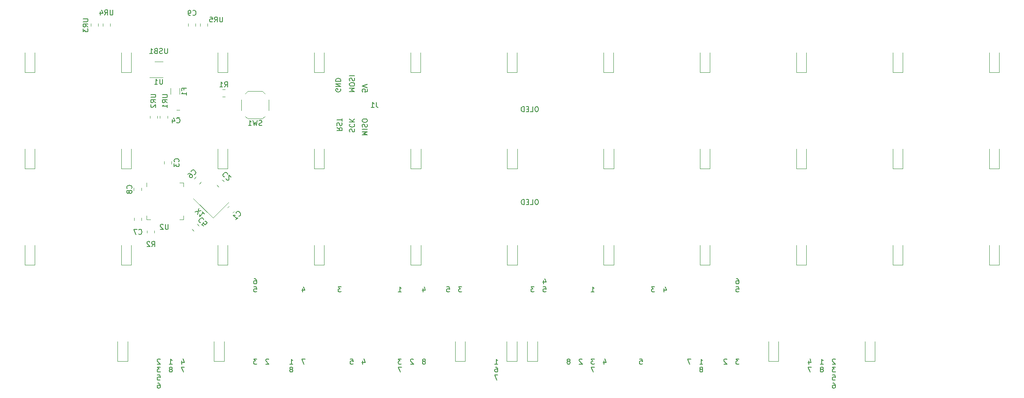
<source format=gbo>
%TF.GenerationSoftware,KiCad,Pcbnew,(6.0.5)*%
%TF.CreationDate,2022-06-12T21:41:47-04:00*%
%TF.ProjectId,vault35_ortho-rounded,7661756c-7433-4355-9f6f-7274686f2d72,rev?*%
%TF.SameCoordinates,Original*%
%TF.FileFunction,Legend,Bot*%
%TF.FilePolarity,Positive*%
%FSLAX46Y46*%
G04 Gerber Fmt 4.6, Leading zero omitted, Abs format (unit mm)*
G04 Created by KiCad (PCBNEW (6.0.5)) date 2022-06-12 21:41:47*
%MOMM*%
%LPD*%
G01*
G04 APERTURE LIST*
%ADD10C,0.150000*%
%ADD11C,0.120000*%
G04 APERTURE END LIST*
D10*
X224170833Y-127246130D02*
X223551785Y-127246130D01*
X223885119Y-127627083D01*
X223742261Y-127627083D01*
X223647023Y-127674702D01*
X223599404Y-127722321D01*
X223551785Y-127817559D01*
X223551785Y-128055654D01*
X223599404Y-128150892D01*
X223647023Y-128198511D01*
X223742261Y-128246130D01*
X224027976Y-128246130D01*
X224123214Y-128198511D01*
X224170833Y-128150892D01*
X174116964Y-125753869D02*
X174069345Y-125706250D01*
X173974107Y-125658630D01*
X173736011Y-125658630D01*
X173640773Y-125706250D01*
X173593154Y-125753869D01*
X173545535Y-125849107D01*
X173545535Y-125944345D01*
X173593154Y-126087202D01*
X174164583Y-126658630D01*
X173545535Y-126658630D01*
X197738988Y-127674702D02*
X197834226Y-127627083D01*
X197881845Y-127579464D01*
X197929464Y-127484226D01*
X197929464Y-127436607D01*
X197881845Y-127341369D01*
X197834226Y-127293750D01*
X197738988Y-127246130D01*
X197548511Y-127246130D01*
X197453273Y-127293750D01*
X197405654Y-127341369D01*
X197358035Y-127436607D01*
X197358035Y-127484226D01*
X197405654Y-127579464D01*
X197453273Y-127627083D01*
X197548511Y-127674702D01*
X197738988Y-127674702D01*
X197834226Y-127722321D01*
X197881845Y-127769940D01*
X197929464Y-127865178D01*
X197929464Y-128055654D01*
X197881845Y-128150892D01*
X197834226Y-128198511D01*
X197738988Y-128246130D01*
X197548511Y-128246130D01*
X197453273Y-128198511D01*
X197405654Y-128150892D01*
X197358035Y-128055654D01*
X197358035Y-127865178D01*
X197405654Y-127769940D01*
X197453273Y-127722321D01*
X197548511Y-127674702D01*
X116776488Y-127674702D02*
X116871726Y-127627083D01*
X116919345Y-127579464D01*
X116966964Y-127484226D01*
X116966964Y-127436607D01*
X116919345Y-127341369D01*
X116871726Y-127293750D01*
X116776488Y-127246130D01*
X116586011Y-127246130D01*
X116490773Y-127293750D01*
X116443154Y-127341369D01*
X116395535Y-127436607D01*
X116395535Y-127484226D01*
X116443154Y-127579464D01*
X116490773Y-127627083D01*
X116586011Y-127674702D01*
X116776488Y-127674702D01*
X116871726Y-127722321D01*
X116919345Y-127769940D01*
X116966964Y-127865178D01*
X116966964Y-128055654D01*
X116919345Y-128150892D01*
X116871726Y-128198511D01*
X116776488Y-128246130D01*
X116586011Y-128246130D01*
X116490773Y-128198511D01*
X116443154Y-128150892D01*
X116395535Y-128055654D01*
X116395535Y-127865178D01*
X116443154Y-127769940D01*
X116490773Y-127722321D01*
X116586011Y-127674702D01*
X190309523Y-111704464D02*
X190309523Y-112371130D01*
X190547619Y-111323511D02*
X190785714Y-112037797D01*
X190166666Y-112037797D01*
X126539583Y-111371130D02*
X125920535Y-111371130D01*
X126253869Y-111752083D01*
X126111011Y-111752083D01*
X126015773Y-111799702D01*
X125968154Y-111847321D01*
X125920535Y-111942559D01*
X125920535Y-112180654D01*
X125968154Y-112275892D01*
X126015773Y-112323511D01*
X126111011Y-112371130D01*
X126396726Y-112371130D01*
X126491964Y-112323511D01*
X126539583Y-112275892D01*
X166449404Y-111371130D02*
X166925595Y-111371130D01*
X166973214Y-111847321D01*
X166925595Y-111799702D01*
X166830357Y-111752083D01*
X166592261Y-111752083D01*
X166497023Y-111799702D01*
X166449404Y-111847321D01*
X166401785Y-111942559D01*
X166401785Y-112180654D01*
X166449404Y-112275892D01*
X166497023Y-112323511D01*
X166592261Y-112371130D01*
X166830357Y-112371130D01*
X166925595Y-112323511D01*
X166973214Y-112275892D01*
X204597023Y-109783630D02*
X204787500Y-109783630D01*
X204882738Y-109831250D01*
X204930357Y-109878869D01*
X205025595Y-110021726D01*
X205073214Y-110212202D01*
X205073214Y-110593154D01*
X205025595Y-110688392D01*
X204977976Y-110736011D01*
X204882738Y-110783630D01*
X204692261Y-110783630D01*
X204597023Y-110736011D01*
X204549404Y-110688392D01*
X204501785Y-110593154D01*
X204501785Y-110355059D01*
X204549404Y-110259821D01*
X204597023Y-110212202D01*
X204692261Y-110164583D01*
X204882738Y-110164583D01*
X204977976Y-110212202D01*
X205025595Y-110259821D01*
X205073214Y-110355059D01*
X219408333Y-127246130D02*
X218741666Y-127246130D01*
X219170238Y-128246130D01*
X221551488Y-127674702D02*
X221646726Y-127627083D01*
X221694345Y-127579464D01*
X221741964Y-127484226D01*
X221741964Y-127436607D01*
X221694345Y-127341369D01*
X221646726Y-127293750D01*
X221551488Y-127246130D01*
X221361011Y-127246130D01*
X221265773Y-127293750D01*
X221218154Y-127341369D01*
X221170535Y-127436607D01*
X221170535Y-127484226D01*
X221218154Y-127579464D01*
X221265773Y-127627083D01*
X221361011Y-127674702D01*
X221551488Y-127674702D01*
X221646726Y-127722321D01*
X221694345Y-127769940D01*
X221741964Y-127865178D01*
X221741964Y-128055654D01*
X221694345Y-128150892D01*
X221646726Y-128198511D01*
X221551488Y-128246130D01*
X221361011Y-128246130D01*
X221265773Y-128198511D01*
X221218154Y-128150892D01*
X221170535Y-128055654D01*
X221170535Y-127865178D01*
X221218154Y-127769940D01*
X221265773Y-127722321D01*
X221361011Y-127674702D01*
X109347023Y-109783630D02*
X109537500Y-109783630D01*
X109632738Y-109831250D01*
X109680357Y-109878869D01*
X109775595Y-110021726D01*
X109823214Y-110212202D01*
X109823214Y-110593154D01*
X109775595Y-110688392D01*
X109727976Y-110736011D01*
X109632738Y-110783630D01*
X109442261Y-110783630D01*
X109347023Y-110736011D01*
X109299404Y-110688392D01*
X109251785Y-110593154D01*
X109251785Y-110355059D01*
X109299404Y-110259821D01*
X109347023Y-110212202D01*
X109442261Y-110164583D01*
X109632738Y-110164583D01*
X109727976Y-110212202D01*
X109775595Y-110259821D01*
X109823214Y-110355059D01*
X118872023Y-111704464D02*
X118872023Y-112371130D01*
X119110119Y-111323511D02*
X119348214Y-112037797D01*
X118729166Y-112037797D01*
X119395833Y-125658630D02*
X118729166Y-125658630D01*
X119157738Y-126658630D01*
X164639583Y-111371130D02*
X164020535Y-111371130D01*
X164353869Y-111752083D01*
X164211011Y-111752083D01*
X164115773Y-111799702D01*
X164068154Y-111847321D01*
X164020535Y-111942559D01*
X164020535Y-112180654D01*
X164068154Y-112275892D01*
X164115773Y-112323511D01*
X164211011Y-112371130D01*
X164496726Y-112371130D01*
X164591964Y-112323511D01*
X164639583Y-112275892D01*
X176545833Y-127246130D02*
X175879166Y-127246130D01*
X176307738Y-128246130D01*
X90820833Y-127246130D02*
X90201785Y-127246130D01*
X90535119Y-127627083D01*
X90392261Y-127627083D01*
X90297023Y-127674702D01*
X90249404Y-127722321D01*
X90201785Y-127817559D01*
X90201785Y-128055654D01*
X90249404Y-128150892D01*
X90297023Y-128198511D01*
X90392261Y-128246130D01*
X90677976Y-128246130D01*
X90773214Y-128198511D01*
X90820833Y-128150892D01*
X218884523Y-125991964D02*
X218884523Y-126658630D01*
X219122619Y-125611011D02*
X219360714Y-126325297D01*
X218741666Y-126325297D01*
X224123214Y-125753869D02*
X224075595Y-125706250D01*
X223980357Y-125658630D01*
X223742261Y-125658630D01*
X223647023Y-125706250D01*
X223599404Y-125753869D01*
X223551785Y-125849107D01*
X223551785Y-125944345D01*
X223599404Y-126087202D01*
X224170833Y-126658630D01*
X223551785Y-126658630D01*
X223599404Y-128833630D02*
X224075595Y-128833630D01*
X224123214Y-129309821D01*
X224075595Y-129262202D01*
X223980357Y-129214583D01*
X223742261Y-129214583D01*
X223647023Y-129262202D01*
X223599404Y-129309821D01*
X223551785Y-129405059D01*
X223551785Y-129643154D01*
X223599404Y-129738392D01*
X223647023Y-129786011D01*
X223742261Y-129833630D01*
X223980357Y-129833630D01*
X224075595Y-129786011D01*
X224123214Y-129738392D01*
X204549404Y-111371130D02*
X205025595Y-111371130D01*
X205073214Y-111847321D01*
X205025595Y-111799702D01*
X204930357Y-111752083D01*
X204692261Y-111752083D01*
X204597023Y-111799702D01*
X204549404Y-111847321D01*
X204501785Y-111942559D01*
X204501785Y-112180654D01*
X204549404Y-112275892D01*
X204597023Y-112323511D01*
X204692261Y-112371130D01*
X204930357Y-112371130D01*
X205025595Y-112323511D01*
X205073214Y-112275892D01*
X90249404Y-128833630D02*
X90725595Y-128833630D01*
X90773214Y-129309821D01*
X90725595Y-129262202D01*
X90630357Y-129214583D01*
X90392261Y-129214583D01*
X90297023Y-129262202D01*
X90249404Y-129309821D01*
X90201785Y-129405059D01*
X90201785Y-129643154D01*
X90249404Y-129738392D01*
X90297023Y-129786011D01*
X90392261Y-129833630D01*
X90630357Y-129833630D01*
X90725595Y-129786011D01*
X90773214Y-129738392D01*
X90297023Y-130421130D02*
X90487500Y-130421130D01*
X90582738Y-130468750D01*
X90630357Y-130516369D01*
X90725595Y-130659226D01*
X90773214Y-130849702D01*
X90773214Y-131230654D01*
X90725595Y-131325892D01*
X90677976Y-131373511D01*
X90582738Y-131421130D01*
X90392261Y-131421130D01*
X90297023Y-131373511D01*
X90249404Y-131325892D01*
X90201785Y-131230654D01*
X90201785Y-130992559D01*
X90249404Y-130897321D01*
X90297023Y-130849702D01*
X90392261Y-130802083D01*
X90582738Y-130802083D01*
X90677976Y-130849702D01*
X90725595Y-130897321D01*
X90773214Y-130992559D01*
X171545238Y-126087202D02*
X171640476Y-126039583D01*
X171688095Y-125991964D01*
X171735714Y-125896726D01*
X171735714Y-125849107D01*
X171688095Y-125753869D01*
X171640476Y-125706250D01*
X171545238Y-125658630D01*
X171354761Y-125658630D01*
X171259523Y-125706250D01*
X171211904Y-125753869D01*
X171164285Y-125849107D01*
X171164285Y-125896726D01*
X171211904Y-125991964D01*
X171259523Y-126039583D01*
X171354761Y-126087202D01*
X171545238Y-126087202D01*
X171640476Y-126134821D01*
X171688095Y-126182440D01*
X171735714Y-126277678D01*
X171735714Y-126468154D01*
X171688095Y-126563392D01*
X171640476Y-126611011D01*
X171545238Y-126658630D01*
X171354761Y-126658630D01*
X171259523Y-126611011D01*
X171211904Y-126563392D01*
X171164285Y-126468154D01*
X171164285Y-126277678D01*
X171211904Y-126182440D01*
X171259523Y-126134821D01*
X171354761Y-126087202D01*
X156876785Y-126658630D02*
X157448214Y-126658630D01*
X157162500Y-126658630D02*
X157162500Y-125658630D01*
X157257738Y-125801488D01*
X157352976Y-125896726D01*
X157448214Y-125944345D01*
X128349404Y-125658630D02*
X128825595Y-125658630D01*
X128873214Y-126134821D01*
X128825595Y-126087202D01*
X128730357Y-126039583D01*
X128492261Y-126039583D01*
X128397023Y-126087202D01*
X128349404Y-126134821D01*
X128301785Y-126230059D01*
X128301785Y-126468154D01*
X128349404Y-126563392D01*
X128397023Y-126611011D01*
X128492261Y-126658630D01*
X128730357Y-126658630D01*
X128825595Y-126611011D01*
X128873214Y-126563392D01*
X157471053Y-128837690D02*
X156804386Y-128837690D01*
X157232958Y-129837690D01*
X138445833Y-127246130D02*
X137779166Y-127246130D01*
X138207738Y-128246130D01*
X188452083Y-111371130D02*
X187833035Y-111371130D01*
X188166369Y-111752083D01*
X188023511Y-111752083D01*
X187928273Y-111799702D01*
X187880654Y-111847321D01*
X187833035Y-111942559D01*
X187833035Y-112180654D01*
X187880654Y-112275892D01*
X187928273Y-112323511D01*
X188023511Y-112371130D01*
X188309226Y-112371130D01*
X188404464Y-112323511D01*
X188452083Y-112275892D01*
X140779464Y-125753869D02*
X140731845Y-125706250D01*
X140636607Y-125658630D01*
X140398511Y-125658630D01*
X140303273Y-125706250D01*
X140255654Y-125753869D01*
X140208035Y-125849107D01*
X140208035Y-125944345D01*
X140255654Y-126087202D01*
X140827083Y-126658630D01*
X140208035Y-126658630D01*
X223647023Y-130421130D02*
X223837500Y-130421130D01*
X223932738Y-130468750D01*
X223980357Y-130516369D01*
X224075595Y-130659226D01*
X224123214Y-130849702D01*
X224123214Y-131230654D01*
X224075595Y-131325892D01*
X224027976Y-131373511D01*
X223932738Y-131421130D01*
X223742261Y-131421130D01*
X223647023Y-131373511D01*
X223599404Y-131325892D01*
X223551785Y-131230654D01*
X223551785Y-130992559D01*
X223599404Y-130897321D01*
X223647023Y-130849702D01*
X223742261Y-130802083D01*
X223932738Y-130802083D01*
X224027976Y-130849702D01*
X224075595Y-130897321D01*
X224123214Y-130992559D01*
X147399404Y-111371130D02*
X147875595Y-111371130D01*
X147923214Y-111847321D01*
X147875595Y-111799702D01*
X147780357Y-111752083D01*
X147542261Y-111752083D01*
X147447023Y-111799702D01*
X147399404Y-111847321D01*
X147351785Y-111942559D01*
X147351785Y-112180654D01*
X147399404Y-112275892D01*
X147447023Y-112323511D01*
X147542261Y-112371130D01*
X147780357Y-112371130D01*
X147875595Y-112323511D01*
X147923214Y-112275892D01*
X92583035Y-126658630D02*
X93154464Y-126658630D01*
X92868750Y-126658630D02*
X92868750Y-125658630D01*
X92963988Y-125801488D01*
X93059226Y-125896726D01*
X93154464Y-125944345D01*
X221170535Y-126658630D02*
X221741964Y-126658630D01*
X221456250Y-126658630D02*
X221456250Y-125658630D01*
X221551488Y-125801488D01*
X221646726Y-125896726D01*
X221741964Y-125944345D01*
X150352083Y-111371130D02*
X149733035Y-111371130D01*
X150066369Y-111752083D01*
X149923511Y-111752083D01*
X149828273Y-111799702D01*
X149780654Y-111847321D01*
X149733035Y-111942559D01*
X149733035Y-112180654D01*
X149780654Y-112275892D01*
X149828273Y-112323511D01*
X149923511Y-112371130D01*
X150209226Y-112371130D01*
X150304464Y-112323511D01*
X150352083Y-112275892D01*
X130778273Y-125991964D02*
X130778273Y-126658630D01*
X131016369Y-125611011D02*
X131254464Y-126325297D01*
X130635416Y-126325297D01*
X137826785Y-112371130D02*
X138398214Y-112371130D01*
X138112500Y-112371130D02*
X138112500Y-111371130D01*
X138207738Y-111513988D01*
X138302976Y-111609226D01*
X138398214Y-111656845D01*
X95583333Y-127246130D02*
X94916666Y-127246130D01*
X95345238Y-128246130D01*
X92963988Y-127674702D02*
X93059226Y-127627083D01*
X93106845Y-127579464D01*
X93154464Y-127484226D01*
X93154464Y-127436607D01*
X93106845Y-127341369D01*
X93059226Y-127293750D01*
X92963988Y-127246130D01*
X92773511Y-127246130D01*
X92678273Y-127293750D01*
X92630654Y-127341369D01*
X92583035Y-127436607D01*
X92583035Y-127484226D01*
X92630654Y-127579464D01*
X92678273Y-127627083D01*
X92773511Y-127674702D01*
X92963988Y-127674702D01*
X93059226Y-127722321D01*
X93106845Y-127769940D01*
X93154464Y-127865178D01*
X93154464Y-128055654D01*
X93106845Y-128150892D01*
X93059226Y-128198511D01*
X92963988Y-128246130D01*
X92773511Y-128246130D01*
X92678273Y-128198511D01*
X92630654Y-128150892D01*
X92583035Y-128055654D01*
X92583035Y-127865178D01*
X92630654Y-127769940D01*
X92678273Y-127722321D01*
X92773511Y-127674702D01*
X138427549Y-125658630D02*
X137808501Y-125658630D01*
X138141835Y-126039583D01*
X137998977Y-126039583D01*
X137903739Y-126087202D01*
X137856120Y-126134821D01*
X137808501Y-126230059D01*
X137808501Y-126468154D01*
X137856120Y-126563392D01*
X137903739Y-126611011D01*
X137998977Y-126658630D01*
X138284692Y-126658630D01*
X138379930Y-126611011D01*
X138427549Y-126563392D01*
X156972023Y-127246130D02*
X157162500Y-127246130D01*
X157257738Y-127293750D01*
X157305357Y-127341369D01*
X157400595Y-127484226D01*
X157448214Y-127674702D01*
X157448214Y-128055654D01*
X157400595Y-128150892D01*
X157352976Y-128198511D01*
X157257738Y-128246130D01*
X157067261Y-128246130D01*
X156972023Y-128198511D01*
X156924404Y-128150892D01*
X156876785Y-128055654D01*
X156876785Y-127817559D01*
X156924404Y-127722321D01*
X156972023Y-127674702D01*
X157067261Y-127627083D01*
X157257738Y-127627083D01*
X157352976Y-127674702D01*
X157400595Y-127722321D01*
X157448214Y-127817559D01*
X166497023Y-110116964D02*
X166497023Y-110783630D01*
X166735119Y-109736011D02*
X166973214Y-110450297D01*
X166354166Y-110450297D01*
X197358035Y-126658630D02*
X197929464Y-126658630D01*
X197643750Y-126658630D02*
X197643750Y-125658630D01*
X197738988Y-125801488D01*
X197834226Y-125896726D01*
X197929464Y-125944345D01*
X109870833Y-125658630D02*
X109251785Y-125658630D01*
X109585119Y-126039583D01*
X109442261Y-126039583D01*
X109347023Y-126087202D01*
X109299404Y-126134821D01*
X109251785Y-126230059D01*
X109251785Y-126468154D01*
X109299404Y-126563392D01*
X109347023Y-126611011D01*
X109442261Y-126658630D01*
X109727976Y-126658630D01*
X109823214Y-126611011D01*
X109870833Y-126563392D01*
X205120833Y-125658630D02*
X204501785Y-125658630D01*
X204835119Y-126039583D01*
X204692261Y-126039583D01*
X204597023Y-126087202D01*
X204549404Y-126134821D01*
X204501785Y-126230059D01*
X204501785Y-126468154D01*
X204549404Y-126563392D01*
X204597023Y-126611011D01*
X204692261Y-126658630D01*
X204977976Y-126658630D01*
X205073214Y-126611011D01*
X205120833Y-126563392D01*
X95059523Y-125991964D02*
X95059523Y-126658630D01*
X95297619Y-125611011D02*
X95535714Y-126325297D01*
X94916666Y-126325297D01*
X176545833Y-125679136D02*
X175926785Y-125679136D01*
X176260119Y-126060089D01*
X176117261Y-126060089D01*
X176022023Y-126107708D01*
X175974404Y-126155327D01*
X175926785Y-126250565D01*
X175926785Y-126488660D01*
X175974404Y-126583898D01*
X176022023Y-126631517D01*
X176117261Y-126679136D01*
X176402976Y-126679136D01*
X176498214Y-126631517D01*
X176545833Y-126583898D01*
X202691964Y-125753869D02*
X202644345Y-125706250D01*
X202549107Y-125658630D01*
X202311011Y-125658630D01*
X202215773Y-125706250D01*
X202168154Y-125753869D01*
X202120535Y-125849107D01*
X202120535Y-125944345D01*
X202168154Y-126087202D01*
X202739583Y-126658630D01*
X202120535Y-126658630D01*
X175926785Y-112371130D02*
X176498214Y-112371130D01*
X176212500Y-112371130D02*
X176212500Y-111371130D01*
X176307738Y-111513988D01*
X176402976Y-111609226D01*
X176498214Y-111656845D01*
X116395535Y-126658630D02*
X116966964Y-126658630D01*
X116681250Y-126658630D02*
X116681250Y-125658630D01*
X116776488Y-125801488D01*
X116871726Y-125896726D01*
X116966964Y-125944345D01*
X195595833Y-125658630D02*
X194929166Y-125658630D01*
X195357738Y-126658630D01*
X142970238Y-126087202D02*
X143065476Y-126039583D01*
X143113095Y-125991964D01*
X143160714Y-125896726D01*
X143160714Y-125849107D01*
X143113095Y-125753869D01*
X143065476Y-125706250D01*
X142970238Y-125658630D01*
X142779761Y-125658630D01*
X142684523Y-125706250D01*
X142636904Y-125753869D01*
X142589285Y-125849107D01*
X142589285Y-125896726D01*
X142636904Y-125991964D01*
X142684523Y-126039583D01*
X142779761Y-126087202D01*
X142970238Y-126087202D01*
X143065476Y-126134821D01*
X143113095Y-126182440D01*
X143160714Y-126277678D01*
X143160714Y-126468154D01*
X143113095Y-126563392D01*
X143065476Y-126611011D01*
X142970238Y-126658630D01*
X142779761Y-126658630D01*
X142684523Y-126611011D01*
X142636904Y-126563392D01*
X142589285Y-126468154D01*
X142589285Y-126277678D01*
X142636904Y-126182440D01*
X142684523Y-126134821D01*
X142779761Y-126087202D01*
X109299404Y-111371130D02*
X109775595Y-111371130D01*
X109823214Y-111847321D01*
X109775595Y-111799702D01*
X109680357Y-111752083D01*
X109442261Y-111752083D01*
X109347023Y-111799702D01*
X109299404Y-111847321D01*
X109251785Y-111942559D01*
X109251785Y-112180654D01*
X109299404Y-112275892D01*
X109347023Y-112323511D01*
X109442261Y-112371130D01*
X109680357Y-112371130D01*
X109775595Y-112323511D01*
X109823214Y-112275892D01*
X90773214Y-125753869D02*
X90725595Y-125706250D01*
X90630357Y-125658630D01*
X90392261Y-125658630D01*
X90297023Y-125706250D01*
X90249404Y-125753869D01*
X90201785Y-125849107D01*
X90201785Y-125944345D01*
X90249404Y-126087202D01*
X90820833Y-126658630D01*
X90201785Y-126658630D01*
X112204464Y-125753869D02*
X112156845Y-125706250D01*
X112061607Y-125658630D01*
X111823511Y-125658630D01*
X111728273Y-125706250D01*
X111680654Y-125753869D01*
X111633035Y-125849107D01*
X111633035Y-125944345D01*
X111680654Y-126087202D01*
X112252083Y-126658630D01*
X111633035Y-126658630D01*
X185499404Y-125658630D02*
X185975595Y-125658630D01*
X186023214Y-126134821D01*
X185975595Y-126087202D01*
X185880357Y-126039583D01*
X185642261Y-126039583D01*
X185547023Y-126087202D01*
X185499404Y-126134821D01*
X185451785Y-126230059D01*
X185451785Y-126468154D01*
X185499404Y-126563392D01*
X185547023Y-126611011D01*
X185642261Y-126658630D01*
X185880357Y-126658630D01*
X185975595Y-126611011D01*
X186023214Y-126563392D01*
X142684523Y-111704464D02*
X142684523Y-112371130D01*
X142922619Y-111323511D02*
X143160714Y-112037797D01*
X142541666Y-112037797D01*
X178403273Y-125991964D02*
X178403273Y-126658630D01*
X178641369Y-125611011D02*
X178879464Y-126325297D01*
X178260416Y-126325297D01*
%TO.C,OL1*%
X165241255Y-94081672D02*
X165050779Y-94081672D01*
X164955541Y-94129292D01*
X164860303Y-94224530D01*
X164812684Y-94415006D01*
X164812684Y-94748339D01*
X164860303Y-94938815D01*
X164955541Y-95034053D01*
X165050779Y-95081672D01*
X165241255Y-95081672D01*
X165336494Y-95034053D01*
X165431732Y-94938815D01*
X165479351Y-94748339D01*
X165479351Y-94415006D01*
X165431732Y-94224530D01*
X165336494Y-94129292D01*
X165241255Y-94081672D01*
X163907922Y-95081672D02*
X164384113Y-95081672D01*
X164384113Y-94081672D01*
X163574589Y-94557863D02*
X163241255Y-94557863D01*
X163098398Y-95081672D02*
X163574589Y-95081672D01*
X163574589Y-94081672D01*
X163098398Y-94081672D01*
X162669827Y-95081672D02*
X162669827Y-94081672D01*
X162431732Y-94081672D01*
X162288875Y-94129292D01*
X162193636Y-94224530D01*
X162146017Y-94319768D01*
X162098398Y-94510244D01*
X162098398Y-94653101D01*
X162146017Y-94843577D01*
X162193636Y-94938815D01*
X162288875Y-95034053D01*
X162431732Y-95081672D01*
X162669827Y-95081672D01*
%TO.C,OL2*%
X165229811Y-75721010D02*
X165039335Y-75721010D01*
X164944097Y-75768630D01*
X164848859Y-75863868D01*
X164801240Y-76054344D01*
X164801240Y-76387677D01*
X164848859Y-76578153D01*
X164944097Y-76673391D01*
X165039335Y-76721010D01*
X165229811Y-76721010D01*
X165325050Y-76673391D01*
X165420288Y-76578153D01*
X165467907Y-76387677D01*
X165467907Y-76054344D01*
X165420288Y-75863868D01*
X165325050Y-75768630D01*
X165229811Y-75721010D01*
X163896478Y-76721010D02*
X164372669Y-76721010D01*
X164372669Y-75721010D01*
X163563145Y-76197201D02*
X163229811Y-76197201D01*
X163086954Y-76721010D02*
X163563145Y-76721010D01*
X163563145Y-75721010D01*
X163086954Y-75721010D01*
X162658383Y-76721010D02*
X162658383Y-75721010D01*
X162420288Y-75721010D01*
X162277431Y-75768630D01*
X162182192Y-75863868D01*
X162134573Y-75959106D01*
X162086954Y-76149582D01*
X162086954Y-76292439D01*
X162134573Y-76482915D01*
X162182192Y-76578153D01*
X162277431Y-76673391D01*
X162420288Y-76721010D01*
X162658383Y-76721010D01*
%TO.C,X1*%
X97675069Y-96539364D02*
X98853580Y-96303662D01*
X98146473Y-97010768D02*
X98382175Y-95832257D01*
X99493343Y-96943425D02*
X99089282Y-96539364D01*
X99291313Y-96741394D02*
X98584206Y-97448501D01*
X98617878Y-97280142D01*
X98617878Y-97145455D01*
X98584206Y-97044440D01*
%TO.C,U1*%
X91249404Y-70271130D02*
X91249404Y-71080654D01*
X91201785Y-71175892D01*
X91154166Y-71223511D01*
X91058928Y-71271130D01*
X90868452Y-71271130D01*
X90773214Y-71223511D01*
X90725595Y-71175892D01*
X90677976Y-71080654D01*
X90677976Y-70271130D01*
X89677976Y-71271130D02*
X90249404Y-71271130D01*
X89963690Y-71271130D02*
X89963690Y-70271130D01*
X90058928Y-70413988D01*
X90154166Y-70509226D01*
X90249404Y-70556845D01*
%TO.C,UR5*%
X103115230Y-57988522D02*
X103115230Y-58798046D01*
X103067611Y-58893284D01*
X103019992Y-58940903D01*
X102924754Y-58988522D01*
X102734278Y-58988522D01*
X102639040Y-58940903D01*
X102591421Y-58893284D01*
X102543802Y-58798046D01*
X102543802Y-57988522D01*
X101496183Y-58988522D02*
X101829516Y-58512332D01*
X102067611Y-58988522D02*
X102067611Y-57988522D01*
X101686659Y-57988522D01*
X101591421Y-58036142D01*
X101543802Y-58083761D01*
X101496183Y-58178999D01*
X101496183Y-58321856D01*
X101543802Y-58417094D01*
X101591421Y-58464713D01*
X101686659Y-58512332D01*
X102067611Y-58512332D01*
X100591421Y-57988522D02*
X101067611Y-57988522D01*
X101115230Y-58464713D01*
X101067611Y-58417094D01*
X100972373Y-58369475D01*
X100734278Y-58369475D01*
X100639040Y-58417094D01*
X100591421Y-58464713D01*
X100543802Y-58559951D01*
X100543802Y-58798046D01*
X100591421Y-58893284D01*
X100639040Y-58940903D01*
X100734278Y-58988522D01*
X100972373Y-58988522D01*
X101067611Y-58940903D01*
X101115230Y-58893284D01*
%TO.C,F1*%
X95485255Y-72402665D02*
X95485255Y-72069332D01*
X96009064Y-72069332D02*
X95009064Y-72069332D01*
X95009064Y-72545522D01*
X96009064Y-73450284D02*
X96009064Y-72878856D01*
X96009064Y-73164570D02*
X95009064Y-73164570D01*
X95151922Y-73069332D01*
X95247160Y-72974094D01*
X95294779Y-72878856D01*
%TO.C,UR3*%
X75536162Y-58338141D02*
X76345686Y-58338141D01*
X76440924Y-58385760D01*
X76488543Y-58433379D01*
X76536162Y-58528617D01*
X76536162Y-58719093D01*
X76488543Y-58814331D01*
X76440924Y-58861950D01*
X76345686Y-58909569D01*
X75536162Y-58909569D01*
X76536162Y-59957188D02*
X76059972Y-59623855D01*
X76536162Y-59385760D02*
X75536162Y-59385760D01*
X75536162Y-59766712D01*
X75583782Y-59861950D01*
X75631401Y-59909569D01*
X75726639Y-59957188D01*
X75869496Y-59957188D01*
X75964734Y-59909569D01*
X76012353Y-59861950D01*
X76059972Y-59766712D01*
X76059972Y-59385760D01*
X75536162Y-60290522D02*
X75536162Y-60909569D01*
X75917115Y-60576236D01*
X75917115Y-60719093D01*
X75964734Y-60814331D01*
X76012353Y-60861950D01*
X76107591Y-60909569D01*
X76345686Y-60909569D01*
X76440924Y-60861950D01*
X76488543Y-60814331D01*
X76536162Y-60719093D01*
X76536162Y-60433379D01*
X76488543Y-60338141D01*
X76440924Y-60290522D01*
%TO.C,U2*%
X92363976Y-98993039D02*
X92363976Y-99802563D01*
X92316357Y-99897801D01*
X92268738Y-99945420D01*
X92173500Y-99993039D01*
X91983024Y-99993039D01*
X91887786Y-99945420D01*
X91840167Y-99897801D01*
X91792548Y-99802563D01*
X91792548Y-98993039D01*
X91363976Y-99088278D02*
X91316357Y-99040659D01*
X91221119Y-98993039D01*
X90983024Y-98993039D01*
X90887786Y-99040659D01*
X90840167Y-99088278D01*
X90792548Y-99183516D01*
X90792548Y-99278754D01*
X90840167Y-99421611D01*
X91411595Y-99993039D01*
X90792548Y-99993039D01*
%TO.C,C2*%
X104074899Y-89068280D02*
X104074899Y-89000937D01*
X104007555Y-88866250D01*
X103940212Y-88798906D01*
X103805524Y-88731563D01*
X103670837Y-88731563D01*
X103569822Y-88765234D01*
X103401463Y-88866250D01*
X103300448Y-88967265D01*
X103199433Y-89135624D01*
X103165761Y-89236639D01*
X103165761Y-89371326D01*
X103233105Y-89506013D01*
X103300448Y-89573357D01*
X103435135Y-89640700D01*
X103502479Y-89640700D01*
X103771853Y-89910074D02*
X103771853Y-89977418D01*
X103805524Y-90078433D01*
X103973883Y-90246792D01*
X104074899Y-90280463D01*
X104142242Y-90280463D01*
X104243257Y-90246792D01*
X104310601Y-90179448D01*
X104377944Y-90044761D01*
X104377944Y-89236639D01*
X104815677Y-89674372D01*
%TO.C,C4*%
X94049155Y-78864101D02*
X94096774Y-78911720D01*
X94239631Y-78959339D01*
X94334869Y-78959339D01*
X94477727Y-78911720D01*
X94572965Y-78816482D01*
X94620584Y-78721244D01*
X94668203Y-78530768D01*
X94668203Y-78387911D01*
X94620584Y-78197435D01*
X94572965Y-78102197D01*
X94477727Y-78006959D01*
X94334869Y-77959339D01*
X94239631Y-77959339D01*
X94096774Y-78006959D01*
X94049155Y-78054578D01*
X93192012Y-78292673D02*
X93192012Y-78959339D01*
X93430108Y-77911720D02*
X93668203Y-78626006D01*
X93049155Y-78626006D01*
%TO.C,UR1*%
X91185256Y-73336855D02*
X91994780Y-73336855D01*
X92090018Y-73384474D01*
X92137637Y-73432093D01*
X92185256Y-73527331D01*
X92185256Y-73717807D01*
X92137637Y-73813045D01*
X92090018Y-73860664D01*
X91994780Y-73908283D01*
X91185256Y-73908283D01*
X92185256Y-74955902D02*
X91709066Y-74622569D01*
X92185256Y-74384474D02*
X91185256Y-74384474D01*
X91185256Y-74765426D01*
X91232876Y-74860664D01*
X91280495Y-74908283D01*
X91375733Y-74955902D01*
X91518590Y-74955902D01*
X91613828Y-74908283D01*
X91661447Y-74860664D01*
X91709066Y-74765426D01*
X91709066Y-74384474D01*
X92185256Y-75908283D02*
X92185256Y-75336855D01*
X92185256Y-75622569D02*
X91185256Y-75622569D01*
X91328114Y-75527331D01*
X91423352Y-75432093D01*
X91470971Y-75336855D01*
%TO.C,R2*%
X89101186Y-103418127D02*
X89434520Y-102941937D01*
X89672615Y-103418127D02*
X89672615Y-102418127D01*
X89291662Y-102418127D01*
X89196424Y-102465747D01*
X89148805Y-102513366D01*
X89101186Y-102608604D01*
X89101186Y-102751461D01*
X89148805Y-102846699D01*
X89196424Y-102894318D01*
X89291662Y-102941937D01*
X89672615Y-102941937D01*
X88720234Y-102513366D02*
X88672615Y-102465747D01*
X88577377Y-102418127D01*
X88339281Y-102418127D01*
X88244043Y-102465747D01*
X88196424Y-102513366D01*
X88148805Y-102608604D01*
X88148805Y-102703842D01*
X88196424Y-102846699D01*
X88767853Y-103418127D01*
X88148805Y-103418127D01*
%TO.C,SW1*%
X110870834Y-79411010D02*
X110727977Y-79458629D01*
X110489881Y-79458629D01*
X110394643Y-79411010D01*
X110347024Y-79363391D01*
X110299405Y-79268153D01*
X110299405Y-79172915D01*
X110347024Y-79077677D01*
X110394643Y-79030058D01*
X110489881Y-78982439D01*
X110680358Y-78934820D01*
X110775596Y-78887201D01*
X110823215Y-78839582D01*
X110870834Y-78744344D01*
X110870834Y-78649106D01*
X110823215Y-78553868D01*
X110775596Y-78506249D01*
X110680358Y-78458629D01*
X110442262Y-78458629D01*
X110299405Y-78506249D01*
X109966072Y-78458629D02*
X109727977Y-79458629D01*
X109537501Y-78744344D01*
X109347024Y-79458629D01*
X109108929Y-78458629D01*
X108204167Y-79458629D02*
X108775596Y-79458629D01*
X108489881Y-79458629D02*
X108489881Y-78458629D01*
X108585120Y-78601487D01*
X108680358Y-78696725D01*
X108775596Y-78744344D01*
%TO.C,C6*%
X97470786Y-89144518D02*
X97538129Y-89144518D01*
X97672816Y-89077174D01*
X97740160Y-89009831D01*
X97807503Y-88875143D01*
X97807503Y-88740456D01*
X97773832Y-88639441D01*
X97672816Y-88471082D01*
X97571801Y-88370067D01*
X97403442Y-88269052D01*
X97302427Y-88235380D01*
X97167740Y-88235380D01*
X97033053Y-88302724D01*
X96965709Y-88370067D01*
X96898366Y-88504754D01*
X96898366Y-88572098D01*
X96224931Y-89110846D02*
X96359618Y-88976159D01*
X96460633Y-88942487D01*
X96527977Y-88942487D01*
X96696335Y-88976159D01*
X96864694Y-89077174D01*
X97134068Y-89346548D01*
X97167740Y-89447563D01*
X97167740Y-89514907D01*
X97134068Y-89615922D01*
X96999381Y-89750609D01*
X96898366Y-89784281D01*
X96831022Y-89784281D01*
X96730007Y-89750609D01*
X96561648Y-89582250D01*
X96527977Y-89481235D01*
X96527977Y-89413892D01*
X96561648Y-89312876D01*
X96696335Y-89178189D01*
X96797351Y-89144518D01*
X96864694Y-89144518D01*
X96965709Y-89178189D01*
%TO.C,C1*%
X106333328Y-97366376D02*
X106400671Y-97366376D01*
X106535358Y-97299032D01*
X106602702Y-97231689D01*
X106670045Y-97097001D01*
X106670045Y-96962314D01*
X106636374Y-96861299D01*
X106535358Y-96692940D01*
X106434343Y-96591925D01*
X106265984Y-96490910D01*
X106164969Y-96457238D01*
X106030282Y-96457238D01*
X105895595Y-96524582D01*
X105828251Y-96591925D01*
X105760908Y-96726612D01*
X105760908Y-96793956D01*
X105727236Y-98107154D02*
X106131297Y-97703093D01*
X105929267Y-97905124D02*
X105222160Y-97198017D01*
X105390519Y-97231689D01*
X105525206Y-97231689D01*
X105626221Y-97198017D01*
%TO.C,C8*%
X85099237Y-91908333D02*
X85146856Y-91860714D01*
X85194475Y-91717857D01*
X85194475Y-91622619D01*
X85146856Y-91479761D01*
X85051618Y-91384523D01*
X84956380Y-91336904D01*
X84765904Y-91289285D01*
X84623047Y-91289285D01*
X84432571Y-91336904D01*
X84337333Y-91384523D01*
X84242095Y-91479761D01*
X84194475Y-91622619D01*
X84194475Y-91717857D01*
X84242095Y-91860714D01*
X84289714Y-91908333D01*
X84623047Y-92479761D02*
X84575428Y-92384523D01*
X84527809Y-92336904D01*
X84432571Y-92289285D01*
X84384952Y-92289285D01*
X84289714Y-92336904D01*
X84242095Y-92384523D01*
X84194475Y-92479761D01*
X84194475Y-92670238D01*
X84242095Y-92765476D01*
X84289714Y-92813095D01*
X84384952Y-92860714D01*
X84432571Y-92860714D01*
X84527809Y-92813095D01*
X84575428Y-92765476D01*
X84623047Y-92670238D01*
X84623047Y-92479761D01*
X84670666Y-92384523D01*
X84718285Y-92336904D01*
X84813523Y-92289285D01*
X85003999Y-92289285D01*
X85099237Y-92336904D01*
X85146856Y-92384523D01*
X85194475Y-92479761D01*
X85194475Y-92670238D01*
X85146856Y-92765476D01*
X85099237Y-92813095D01*
X85003999Y-92860714D01*
X84813523Y-92860714D01*
X84718285Y-92813095D01*
X84670666Y-92765476D01*
X84623047Y-92670238D01*
%TO.C,UR2*%
X88899752Y-73309484D02*
X89709276Y-73309484D01*
X89804514Y-73357103D01*
X89852133Y-73404722D01*
X89899752Y-73499960D01*
X89899752Y-73690436D01*
X89852133Y-73785674D01*
X89804514Y-73833293D01*
X89709276Y-73880912D01*
X88899752Y-73880912D01*
X89899752Y-74928531D02*
X89423562Y-74595198D01*
X89899752Y-74357103D02*
X88899752Y-74357103D01*
X88899752Y-74738055D01*
X88947372Y-74833293D01*
X88994991Y-74880912D01*
X89090229Y-74928531D01*
X89233086Y-74928531D01*
X89328324Y-74880912D01*
X89375943Y-74833293D01*
X89423562Y-74738055D01*
X89423562Y-74357103D01*
X88994991Y-75309484D02*
X88947372Y-75357103D01*
X88899752Y-75452341D01*
X88899752Y-75690436D01*
X88947372Y-75785674D01*
X88994991Y-75833293D01*
X89090229Y-75880912D01*
X89185467Y-75880912D01*
X89328324Y-75833293D01*
X89899752Y-75261865D01*
X89899752Y-75880912D01*
%TO.C,C3*%
X94428020Y-86637381D02*
X94475639Y-86589762D01*
X94523258Y-86446905D01*
X94523258Y-86351667D01*
X94475639Y-86208809D01*
X94380401Y-86113571D01*
X94285163Y-86065952D01*
X94094687Y-86018333D01*
X93951830Y-86018333D01*
X93761354Y-86065952D01*
X93666116Y-86113571D01*
X93570878Y-86208809D01*
X93523258Y-86351667D01*
X93523258Y-86446905D01*
X93570878Y-86589762D01*
X93618497Y-86637381D01*
X93523258Y-86970714D02*
X93523258Y-87589762D01*
X93904211Y-87256428D01*
X93904211Y-87399286D01*
X93951830Y-87494524D01*
X93999449Y-87542143D01*
X94094687Y-87589762D01*
X94332782Y-87589762D01*
X94428020Y-87542143D01*
X94475639Y-87494524D01*
X94523258Y-87399286D01*
X94523258Y-87113571D01*
X94475639Y-87018333D01*
X94428020Y-86970714D01*
%TO.C,C5*%
X99353437Y-98098127D02*
X99353437Y-98030784D01*
X99286093Y-97896097D01*
X99218750Y-97828753D01*
X99084062Y-97761410D01*
X98949375Y-97761410D01*
X98848360Y-97795081D01*
X98680001Y-97896097D01*
X98578986Y-97997112D01*
X98477971Y-98165471D01*
X98444299Y-98266486D01*
X98444299Y-98401173D01*
X98511643Y-98535860D01*
X98578986Y-98603204D01*
X98713673Y-98670547D01*
X98781017Y-98670547D01*
X99353437Y-99377654D02*
X99016719Y-99040936D01*
X99319765Y-98670547D01*
X99319765Y-98737891D01*
X99353437Y-98838906D01*
X99521795Y-99007265D01*
X99622811Y-99040936D01*
X99690154Y-99040936D01*
X99791169Y-99007265D01*
X99959528Y-98838906D01*
X99993200Y-98737891D01*
X99993200Y-98670547D01*
X99959528Y-98569532D01*
X99791169Y-98401173D01*
X99690154Y-98367501D01*
X99622811Y-98367501D01*
%TO.C,C7*%
X86544553Y-100900494D02*
X86592172Y-100948113D01*
X86735029Y-100995732D01*
X86830267Y-100995732D01*
X86973125Y-100948113D01*
X87068363Y-100852875D01*
X87115982Y-100757637D01*
X87163601Y-100567161D01*
X87163601Y-100424304D01*
X87115982Y-100233828D01*
X87068363Y-100138590D01*
X86973125Y-100043352D01*
X86830267Y-99995732D01*
X86735029Y-99995732D01*
X86592172Y-100043352D01*
X86544553Y-100090971D01*
X86211220Y-99995732D02*
X85544553Y-99995732D01*
X85973125Y-100995732D01*
%TO.C,C9*%
X97230118Y-57575306D02*
X97277737Y-57622925D01*
X97420594Y-57670544D01*
X97515832Y-57670544D01*
X97658690Y-57622925D01*
X97753928Y-57527687D01*
X97801547Y-57432449D01*
X97849166Y-57241973D01*
X97849166Y-57099116D01*
X97801547Y-56908640D01*
X97753928Y-56813402D01*
X97658690Y-56718164D01*
X97515832Y-56670544D01*
X97420594Y-56670544D01*
X97277737Y-56718164D01*
X97230118Y-56765783D01*
X96753928Y-57670544D02*
X96563452Y-57670544D01*
X96468213Y-57622925D01*
X96420594Y-57575306D01*
X96325356Y-57432449D01*
X96277737Y-57241973D01*
X96277737Y-56861021D01*
X96325356Y-56765783D01*
X96372975Y-56718164D01*
X96468213Y-56670544D01*
X96658690Y-56670544D01*
X96753928Y-56718164D01*
X96801547Y-56765783D01*
X96849166Y-56861021D01*
X96849166Y-57099116D01*
X96801547Y-57194354D01*
X96753928Y-57241973D01*
X96658690Y-57289592D01*
X96468213Y-57289592D01*
X96372975Y-57241973D01*
X96325356Y-57194354D01*
X96277737Y-57099116D01*
%TO.C,USB1*%
X92225595Y-64201318D02*
X92225595Y-65010842D01*
X92177976Y-65106080D01*
X92130357Y-65153699D01*
X92035119Y-65201318D01*
X91844642Y-65201318D01*
X91749404Y-65153699D01*
X91701785Y-65106080D01*
X91654166Y-65010842D01*
X91654166Y-64201318D01*
X91225595Y-65153699D02*
X91082738Y-65201318D01*
X90844642Y-65201318D01*
X90749404Y-65153699D01*
X90701785Y-65106080D01*
X90654166Y-65010842D01*
X90654166Y-64915604D01*
X90701785Y-64820366D01*
X90749404Y-64772747D01*
X90844642Y-64725128D01*
X91035119Y-64677509D01*
X91130357Y-64629890D01*
X91177976Y-64582271D01*
X91225595Y-64487033D01*
X91225595Y-64391795D01*
X91177976Y-64296557D01*
X91130357Y-64248938D01*
X91035119Y-64201318D01*
X90797023Y-64201318D01*
X90654166Y-64248938D01*
X89892261Y-64677509D02*
X89749404Y-64725128D01*
X89701785Y-64772747D01*
X89654166Y-64867985D01*
X89654166Y-65010842D01*
X89701785Y-65106080D01*
X89749404Y-65153699D01*
X89844642Y-65201318D01*
X90225595Y-65201318D01*
X90225595Y-64201318D01*
X89892261Y-64201318D01*
X89797023Y-64248938D01*
X89749404Y-64296557D01*
X89701785Y-64391795D01*
X89701785Y-64487033D01*
X89749404Y-64582271D01*
X89797023Y-64629890D01*
X89892261Y-64677509D01*
X90225595Y-64677509D01*
X88701785Y-65201318D02*
X89273214Y-65201318D01*
X88987500Y-65201318D02*
X88987500Y-64201318D01*
X89082738Y-64344176D01*
X89177976Y-64439414D01*
X89273214Y-64487033D01*
%TO.C,R1*%
X103496884Y-71834653D02*
X103830218Y-71358463D01*
X104068313Y-71834653D02*
X104068313Y-70834653D01*
X103687360Y-70834653D01*
X103592122Y-70882273D01*
X103544503Y-70929892D01*
X103496884Y-71025130D01*
X103496884Y-71167987D01*
X103544503Y-71263225D01*
X103592122Y-71310844D01*
X103687360Y-71358463D01*
X104068313Y-71358463D01*
X102544503Y-71834653D02*
X103115932Y-71834653D01*
X102830218Y-71834653D02*
X102830218Y-70834653D01*
X102925456Y-70977511D01*
X103020694Y-71072749D01*
X103115932Y-71120368D01*
%TO.C,J1*%
X133465833Y-74887236D02*
X133465833Y-75601522D01*
X133513452Y-75744379D01*
X133608690Y-75839617D01*
X133751547Y-75887236D01*
X133846785Y-75887236D01*
X132465833Y-75887236D02*
X133037261Y-75887236D01*
X132751547Y-75887236D02*
X132751547Y-74887236D01*
X132846785Y-75030094D01*
X132942023Y-75125332D01*
X133037261Y-75172951D01*
X128180119Y-72756284D02*
X129180119Y-72756284D01*
X128465833Y-72422951D01*
X129180119Y-72089617D01*
X128180119Y-72089617D01*
X129180119Y-71422951D02*
X129180119Y-71232475D01*
X129132500Y-71137236D01*
X129037261Y-71041998D01*
X128846785Y-70994379D01*
X128513452Y-70994379D01*
X128322976Y-71041998D01*
X128227738Y-71137236D01*
X128180119Y-71232475D01*
X128180119Y-71422951D01*
X128227738Y-71518189D01*
X128322976Y-71613427D01*
X128513452Y-71661046D01*
X128846785Y-71661046D01*
X129037261Y-71613427D01*
X129132500Y-71518189D01*
X129180119Y-71422951D01*
X128227738Y-70613427D02*
X128180119Y-70470570D01*
X128180119Y-70232475D01*
X128227738Y-70137236D01*
X128275357Y-70089617D01*
X128370595Y-70041998D01*
X128465833Y-70041998D01*
X128561071Y-70089617D01*
X128608690Y-70137236D01*
X128656309Y-70232475D01*
X128703928Y-70422951D01*
X128751547Y-70518189D01*
X128799166Y-70565808D01*
X128894404Y-70613427D01*
X128989642Y-70613427D01*
X129084880Y-70565808D01*
X129132500Y-70518189D01*
X129180119Y-70422951D01*
X129180119Y-70184856D01*
X129132500Y-70041998D01*
X128180119Y-69613427D02*
X129180119Y-69613427D01*
X125680119Y-79863427D02*
X126156309Y-80196760D01*
X125680119Y-80434855D02*
X126680119Y-80434855D01*
X126680119Y-80053903D01*
X126632500Y-79958665D01*
X126584880Y-79911046D01*
X126489642Y-79863427D01*
X126346785Y-79863427D01*
X126251547Y-79911046D01*
X126203928Y-79958665D01*
X126156309Y-80053903D01*
X126156309Y-80434855D01*
X125727738Y-79482474D02*
X125680119Y-79339617D01*
X125680119Y-79101522D01*
X125727738Y-79006284D01*
X125775357Y-78958665D01*
X125870595Y-78911046D01*
X125965833Y-78911046D01*
X126061071Y-78958665D01*
X126108690Y-79006284D01*
X126156309Y-79101522D01*
X126203928Y-79291998D01*
X126251547Y-79387236D01*
X126299166Y-79434855D01*
X126394404Y-79482474D01*
X126489642Y-79482474D01*
X126584880Y-79434855D01*
X126632500Y-79387236D01*
X126680119Y-79291998D01*
X126680119Y-79053903D01*
X126632500Y-78911046D01*
X126680119Y-78625331D02*
X126680119Y-78053903D01*
X125680119Y-78339617D02*
X126680119Y-78339617D01*
X131680119Y-72280094D02*
X131680119Y-72756284D01*
X131203928Y-72803903D01*
X131251547Y-72756284D01*
X131299166Y-72661046D01*
X131299166Y-72422951D01*
X131251547Y-72327713D01*
X131203928Y-72280094D01*
X131108690Y-72232475D01*
X130870595Y-72232475D01*
X130775357Y-72280094D01*
X130727738Y-72327713D01*
X130680119Y-72422951D01*
X130680119Y-72661046D01*
X130727738Y-72756284D01*
X130775357Y-72803903D01*
X131680119Y-71946760D02*
X130680119Y-71613427D01*
X131680119Y-71280094D01*
X130680119Y-81339617D02*
X131680119Y-81339617D01*
X130965833Y-81006284D01*
X131680119Y-80672950D01*
X130680119Y-80672950D01*
X130680119Y-80196760D02*
X131680119Y-80196760D01*
X130727738Y-79768189D02*
X130680119Y-79625331D01*
X130680119Y-79387236D01*
X130727738Y-79291998D01*
X130775357Y-79244379D01*
X130870595Y-79196760D01*
X130965833Y-79196760D01*
X131061071Y-79244379D01*
X131108690Y-79291998D01*
X131156309Y-79387236D01*
X131203928Y-79577712D01*
X131251547Y-79672950D01*
X131299166Y-79720569D01*
X131394404Y-79768189D01*
X131489642Y-79768189D01*
X131584880Y-79720569D01*
X131632500Y-79672950D01*
X131680119Y-79577712D01*
X131680119Y-79339617D01*
X131632500Y-79196760D01*
X131680119Y-78577712D02*
X131680119Y-78387236D01*
X131632500Y-78291998D01*
X131537261Y-78196760D01*
X131346785Y-78149141D01*
X131013452Y-78149141D01*
X130822976Y-78196760D01*
X130727738Y-78291998D01*
X130680119Y-78387236D01*
X130680119Y-78577712D01*
X130727738Y-78672950D01*
X130822976Y-78768189D01*
X131013452Y-78815808D01*
X131346785Y-78815808D01*
X131537261Y-78768189D01*
X131632500Y-78672950D01*
X131680119Y-78577712D01*
X126382500Y-72232475D02*
X126430119Y-72327713D01*
X126430119Y-72470571D01*
X126382500Y-72613428D01*
X126287261Y-72708666D01*
X126192023Y-72756285D01*
X126001547Y-72803904D01*
X125858690Y-72803904D01*
X125668214Y-72756285D01*
X125572976Y-72708666D01*
X125477738Y-72613428D01*
X125430119Y-72470571D01*
X125430119Y-72375332D01*
X125477738Y-72232475D01*
X125525357Y-72184856D01*
X125858690Y-72184856D01*
X125858690Y-72375332D01*
X125430119Y-71756285D02*
X126430119Y-71756285D01*
X125430119Y-71184856D01*
X126430119Y-71184856D01*
X125430119Y-70708666D02*
X126430119Y-70708666D01*
X126430119Y-70470571D01*
X126382500Y-70327713D01*
X126287261Y-70232475D01*
X126192023Y-70184856D01*
X126001547Y-70137237D01*
X125858690Y-70137237D01*
X125668214Y-70184856D01*
X125572976Y-70232475D01*
X125477738Y-70327713D01*
X125430119Y-70470571D01*
X125430119Y-70708666D01*
X128227738Y-80720570D02*
X128180119Y-80577713D01*
X128180119Y-80339617D01*
X128227738Y-80244379D01*
X128275357Y-80196760D01*
X128370595Y-80149141D01*
X128465833Y-80149141D01*
X128561071Y-80196760D01*
X128608690Y-80244379D01*
X128656309Y-80339617D01*
X128703928Y-80530094D01*
X128751547Y-80625332D01*
X128799166Y-80672951D01*
X128894404Y-80720570D01*
X128989642Y-80720570D01*
X129084880Y-80672951D01*
X129132500Y-80625332D01*
X129180119Y-80530094D01*
X129180119Y-80291998D01*
X129132500Y-80149141D01*
X128275357Y-79149141D02*
X128227738Y-79196760D01*
X128180119Y-79339617D01*
X128180119Y-79434856D01*
X128227738Y-79577713D01*
X128322976Y-79672951D01*
X128418214Y-79720570D01*
X128608690Y-79768189D01*
X128751547Y-79768189D01*
X128942023Y-79720570D01*
X129037261Y-79672951D01*
X129132500Y-79577713D01*
X129180119Y-79434856D01*
X129180119Y-79339617D01*
X129132500Y-79196760D01*
X129084880Y-79149141D01*
X128180119Y-78720570D02*
X129180119Y-78720570D01*
X128180119Y-78149141D02*
X128751547Y-78577713D01*
X129180119Y-78149141D02*
X128608690Y-78720570D01*
%TO.C,UR4*%
X81430654Y-56602380D02*
X81430654Y-57411904D01*
X81383035Y-57507142D01*
X81335416Y-57554761D01*
X81240178Y-57602380D01*
X81049702Y-57602380D01*
X80954464Y-57554761D01*
X80906845Y-57507142D01*
X80859226Y-57411904D01*
X80859226Y-56602380D01*
X79811607Y-57602380D02*
X80144940Y-57126190D01*
X80383035Y-57602380D02*
X80383035Y-56602380D01*
X80002083Y-56602380D01*
X79906845Y-56650000D01*
X79859226Y-56697619D01*
X79811607Y-56792857D01*
X79811607Y-56935714D01*
X79859226Y-57030952D01*
X79906845Y-57078571D01*
X80002083Y-57126190D01*
X80383035Y-57126190D01*
X78954464Y-56935714D02*
X78954464Y-57602380D01*
X79192559Y-56554761D02*
X79430654Y-57269047D01*
X78811607Y-57269047D01*
D11*
%TO.C,D_SPACE17*%
X159298440Y-87975000D02*
X159298440Y-84075000D01*
X161298440Y-87975000D02*
X161298440Y-84075000D01*
X161298440Y-87975000D02*
X159298440Y-87975000D01*
%TO.C,D_SPACE34*%
X84343750Y-126075000D02*
X82343750Y-126075000D01*
X82343750Y-126075000D02*
X82343750Y-122175000D01*
X84343750Y-126075000D02*
X84343750Y-122175000D01*
%TO.C,D_SPACE5*%
X140212656Y-68925000D02*
X140212656Y-65025000D01*
X142212656Y-68925000D02*
X140212656Y-68925000D01*
X142212656Y-68925000D02*
X142212656Y-65025000D01*
%TO.C,D_SPACE1*%
X66014844Y-68925000D02*
X66014844Y-65025000D01*
X64014844Y-68925000D02*
X64014844Y-65025000D01*
X66014844Y-68925000D02*
X64014844Y-68925000D01*
%TO.C,D_SPACE32*%
X235467192Y-107025000D02*
X235467192Y-103125000D01*
X237467192Y-107025000D02*
X237467192Y-103125000D01*
X237467192Y-107025000D02*
X235467192Y-107025000D01*
%TO.C,X1*%
X104365440Y-94565456D02*
X101183459Y-97747437D01*
X101183459Y-97747437D02*
X97365082Y-93929060D01*
%TO.C,D_SPACE36*%
X149018750Y-126075000D02*
X149018750Y-122175000D01*
X151018750Y-126075000D02*
X149018750Y-126075000D01*
X151018750Y-126075000D02*
X151018750Y-122175000D01*
%TO.C,U1*%
X90487500Y-66858750D02*
X91287500Y-66858750D01*
X90487500Y-66858750D02*
X89687500Y-66858750D01*
X90487500Y-69978750D02*
X91287500Y-69978750D01*
X90487500Y-69978750D02*
X88687500Y-69978750D01*
%TO.C,UR5*%
X100117580Y-59324186D02*
X100117580Y-59778314D01*
X98647580Y-59324186D02*
X98647580Y-59778314D01*
%TO.C,F1*%
X92825235Y-72071221D02*
X92825235Y-73275349D01*
X94645235Y-72071221D02*
X94645235Y-73275349D01*
%TO.C,D_SPACE38*%
X165306250Y-126075000D02*
X165306250Y-122175000D01*
X163306250Y-126075000D02*
X163306250Y-122175000D01*
X165306250Y-126075000D02*
X163306250Y-126075000D01*
%TO.C,D_SPACE25*%
X104113750Y-107025000D02*
X104113750Y-103125000D01*
X104113750Y-107025000D02*
X102113750Y-107025000D01*
X102113750Y-107025000D02*
X102113750Y-103125000D01*
%TO.C,UR3*%
X77052500Y-59304186D02*
X77052500Y-59758314D01*
X78522500Y-59304186D02*
X78522500Y-59758314D01*
%TO.C,D_SPACE18*%
X180340628Y-87975000D02*
X180340628Y-84075000D01*
X178340628Y-87975000D02*
X178340628Y-84075000D01*
X180340628Y-87975000D02*
X178340628Y-87975000D01*
%TO.C,U2*%
X95349571Y-90817216D02*
X94624571Y-90817216D01*
X88129571Y-98037216D02*
X88854571Y-98037216D01*
X88129571Y-91542216D02*
X88129571Y-90817216D01*
X88129571Y-97312216D02*
X88129571Y-98037216D01*
X95349571Y-91542216D02*
X95349571Y-90817216D01*
X95349571Y-97312216D02*
X95349571Y-98037216D01*
X95349571Y-98037216D02*
X94624571Y-98037216D01*
%TO.C,D_SPACE9*%
X218410468Y-68925000D02*
X218410468Y-65025000D01*
X218410468Y-68925000D02*
X216410468Y-68925000D01*
X216410468Y-68925000D02*
X216410468Y-65025000D01*
%TO.C,D_SPACE13*%
X85064297Y-87975000D02*
X85064297Y-84075000D01*
X85064297Y-87975000D02*
X83064297Y-87975000D01*
X83064297Y-87975000D02*
X83064297Y-84075000D01*
%TO.C,C2*%
X101976459Y-91224142D02*
X102345926Y-91593609D01*
X103015906Y-90184695D02*
X103385373Y-90554162D01*
%TO.C,C4*%
X94053983Y-77822500D02*
X94576487Y-77822500D01*
X94053983Y-76352500D02*
X94576487Y-76352500D01*
%TO.C,D_SPACE35*%
X101393750Y-126075000D02*
X101393750Y-122175000D01*
X103393750Y-126075000D02*
X103393750Y-122175000D01*
X103393750Y-126075000D02*
X101393750Y-126075000D01*
%TO.C,D_SPACE12*%
X66014844Y-87975000D02*
X64014844Y-87975000D01*
X64014844Y-87975000D02*
X64014844Y-84075000D01*
X66014844Y-87975000D02*
X66014844Y-84075000D01*
%TO.C,D_SPACE29*%
X178340628Y-107025000D02*
X178340628Y-103125000D01*
X180340628Y-107025000D02*
X180340628Y-103125000D01*
X180340628Y-107025000D02*
X178340628Y-107025000D01*
%TO.C,D_SPACE2*%
X85064297Y-68925000D02*
X85064297Y-65025000D01*
X83064297Y-68925000D02*
X83064297Y-65025000D01*
X85064297Y-68925000D02*
X83064297Y-68925000D01*
%TO.C,UR1*%
X90752500Y-77560436D02*
X90752500Y-78014564D01*
X92222500Y-77560436D02*
X92222500Y-78014564D01*
%TO.C,D_SPACE20*%
X218425004Y-87975000D02*
X216425004Y-87975000D01*
X216425004Y-87975000D02*
X216425004Y-84075000D01*
X218425004Y-87975000D02*
X218425004Y-84075000D01*
%TO.C,D_SPACE24*%
X83064297Y-107025000D02*
X83064297Y-103125000D01*
X85064297Y-107025000D02*
X85064297Y-103125000D01*
X85064297Y-107025000D02*
X83064297Y-107025000D01*
%TO.C,D_SPACE21*%
X235467192Y-87975000D02*
X235467192Y-84075000D01*
X237467192Y-87975000D02*
X237467192Y-84075000D01*
X237467192Y-87975000D02*
X235467192Y-87975000D01*
%TO.C,D_SPACE15*%
X121163203Y-87975000D02*
X121163203Y-84075000D01*
X123163203Y-87975000D02*
X123163203Y-84075000D01*
X123163203Y-87975000D02*
X121163203Y-87975000D01*
%TO.C,D_SPACE26*%
X123163203Y-107025000D02*
X121163203Y-107025000D01*
X123163203Y-107025000D02*
X123163203Y-103125000D01*
X121163203Y-107025000D02*
X121163203Y-103125000D01*
%TO.C,R2*%
X89641624Y-100684469D02*
X89641624Y-100230341D01*
X88171624Y-100684469D02*
X88171624Y-100230341D01*
%TO.C,D_SPACE16*%
X142256252Y-87975000D02*
X142256252Y-84075000D01*
X140256252Y-87975000D02*
X140256252Y-84075000D01*
X142256252Y-87975000D02*
X140256252Y-87975000D01*
%TO.C,D_SPACE14*%
X102113750Y-87975000D02*
X102113750Y-84075000D01*
X104113750Y-87975000D02*
X102113750Y-87975000D01*
X104113750Y-87975000D02*
X104113750Y-84075000D01*
%TO.C,D_SPACE30*%
X199382816Y-107025000D02*
X199382816Y-103125000D01*
X197382816Y-107025000D02*
X197382816Y-103125000D01*
X199382816Y-107025000D02*
X197382816Y-107025000D01*
%TO.C,SW1*%
X108087501Y-72686249D02*
X107597501Y-73176249D01*
X110987501Y-78126249D02*
X111477501Y-77636249D01*
X108087501Y-72686249D02*
X110987501Y-72686249D01*
X108087501Y-78126249D02*
X110987501Y-78126249D01*
X106817501Y-74366249D02*
X106817501Y-76446249D01*
X108087501Y-78126249D02*
X107597501Y-77636249D01*
X112257501Y-74366249D02*
X112257501Y-76446249D01*
X110987501Y-72686249D02*
X111477501Y-73176249D01*
%TO.C,C6*%
X97464269Y-89981660D02*
X97833736Y-89612193D01*
X98503716Y-91021107D02*
X98873183Y-90651640D01*
%TO.C,D_SPACE4*%
X121163203Y-68925000D02*
X121163203Y-65025000D01*
X123163203Y-68925000D02*
X121163203Y-68925000D01*
X123163203Y-68925000D02*
X123163203Y-65025000D01*
%TO.C,C1*%
X105109990Y-96748207D02*
X105479457Y-96378740D01*
X104070543Y-95708760D02*
X104440010Y-95339293D01*
%TO.C,D_SPACE11*%
X254509381Y-68925000D02*
X254509381Y-65025000D01*
X256509381Y-68925000D02*
X254509381Y-68925000D01*
X256509381Y-68925000D02*
X256509381Y-65025000D01*
%TO.C,C8*%
X87064595Y-91795442D02*
X87064595Y-92317946D01*
X85594595Y-91795442D02*
X85594595Y-92317946D01*
%TO.C,UR2*%
X88752500Y-77560436D02*
X88752500Y-78014564D01*
X90222500Y-77560436D02*
X90222500Y-78014564D01*
%TO.C,D_SPACE37*%
X161252688Y-126075000D02*
X161252688Y-122175000D01*
X159252688Y-126075000D02*
X159252688Y-122175000D01*
X161252688Y-126075000D02*
X159252688Y-126075000D01*
%TO.C,D_SPACE10*%
X235459921Y-68925000D02*
X235459921Y-65025000D01*
X237459921Y-68925000D02*
X235459921Y-68925000D01*
X237459921Y-68925000D02*
X237459921Y-65025000D01*
%TO.C,D_SPACE40*%
X229981250Y-126075000D02*
X229981250Y-122175000D01*
X231981250Y-126075000D02*
X229981250Y-126075000D01*
X231981250Y-126075000D02*
X231981250Y-122175000D01*
%TO.C,D_SPACE8*%
X199361015Y-68925000D02*
X199361015Y-65025000D01*
X197361015Y-68925000D02*
X197361015Y-65025000D01*
X199361015Y-68925000D02*
X197361015Y-68925000D01*
%TO.C,D_SPACE39*%
X212931250Y-126075000D02*
X212931250Y-122175000D01*
X212931250Y-126075000D02*
X210931250Y-126075000D01*
X210931250Y-126075000D02*
X210931250Y-122175000D01*
%TO.C,C3*%
X91544949Y-87068320D02*
X91544949Y-86545816D01*
X93014949Y-87068320D02*
X93014949Y-86545816D01*
%TO.C,D_SPACE3*%
X104113750Y-68925000D02*
X102113750Y-68925000D01*
X102113750Y-68925000D02*
X102113750Y-65025000D01*
X104113750Y-68925000D02*
X104113750Y-65025000D01*
%TO.C,C5*%
X98088589Y-98931372D02*
X98458056Y-99300839D01*
X97049142Y-99970819D02*
X97418609Y-100340286D01*
%TO.C,C7*%
X87084990Y-98271855D02*
X87084990Y-97749351D01*
X85614990Y-98271855D02*
X85614990Y-97749351D01*
%TO.C,D_SPACE27*%
X142256252Y-107025000D02*
X140256252Y-107025000D01*
X142256252Y-107025000D02*
X142256252Y-103125000D01*
X140256252Y-107025000D02*
X140256252Y-103125000D01*
%TO.C,D_SPACE28*%
X161298440Y-107025000D02*
X159298440Y-107025000D01*
X161298440Y-107025000D02*
X161298440Y-103125000D01*
X159298440Y-107025000D02*
X159298440Y-103125000D01*
%TO.C,D_SPACE23*%
X66014844Y-107025000D02*
X64014844Y-107025000D01*
X64014844Y-107025000D02*
X64014844Y-103125000D01*
X66014844Y-107025000D02*
X66014844Y-103125000D01*
%TO.C,D_SPACE31*%
X216425004Y-107025000D02*
X216425004Y-103125000D01*
X218425004Y-107025000D02*
X216425004Y-107025000D01*
X218425004Y-107025000D02*
X218425004Y-103125000D01*
%TO.C,D_SPACE7*%
X180311562Y-68925000D02*
X178311562Y-68925000D01*
X180311562Y-68925000D02*
X180311562Y-65025000D01*
X178311562Y-68925000D02*
X178311562Y-65025000D01*
%TO.C,C9*%
X96266330Y-59812502D02*
X96266330Y-59289998D01*
X97736330Y-59812502D02*
X97736330Y-59289998D01*
%TO.C,D_SPACE33*%
X254509381Y-107025000D02*
X254509381Y-103125000D01*
X256509381Y-107025000D02*
X256509381Y-103125000D01*
X256509381Y-107025000D02*
X254509381Y-107025000D01*
%TO.C,R1*%
X103557282Y-73767273D02*
X103103154Y-73767273D01*
X103557282Y-72297273D02*
X103103154Y-72297273D01*
%TO.C,D_SPACE19*%
X199382816Y-87975000D02*
X199382816Y-84075000D01*
X197382816Y-87975000D02*
X197382816Y-84075000D01*
X199382816Y-87975000D02*
X197382816Y-87975000D01*
%TO.C,D_SPACE22*%
X256509381Y-87975000D02*
X256509381Y-84075000D01*
X254509381Y-87975000D02*
X254509381Y-84075000D01*
X256509381Y-87975000D02*
X254509381Y-87975000D01*
%TO.C,UR4*%
X79433750Y-59304186D02*
X79433750Y-59758314D01*
X80903750Y-59304186D02*
X80903750Y-59758314D01*
%TO.C,D_SPACE6*%
X161262109Y-68925000D02*
X161262109Y-65025000D01*
X161262109Y-68925000D02*
X159262109Y-68925000D01*
X159262109Y-68925000D02*
X159262109Y-65025000D01*
%TD*%
M02*

</source>
